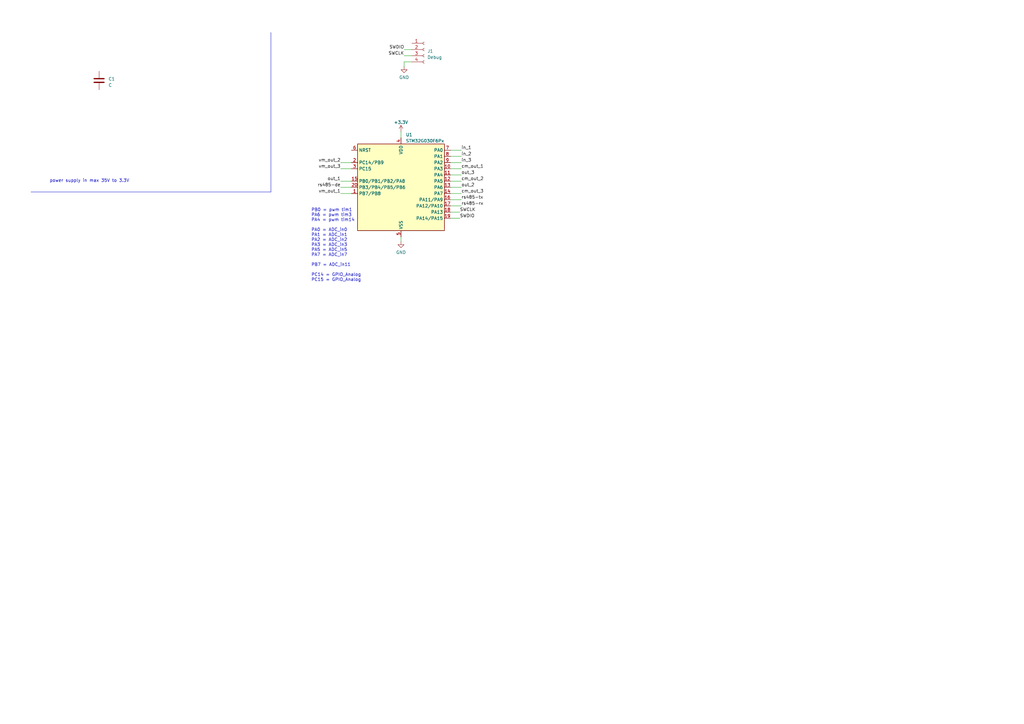
<source format=kicad_sch>
(kicad_sch (version 20230121) (generator eeschema)
  (paper "A3")
  (lib_symbols
    (symbol "Connector:Conn_01x04_Socket" (pin_names (offset 1.016) hide)
      (property "Reference" "J" (at 0 5.08 0))
      (property "Value" "Conn_01x04_Socket" (at 0 -7.62 0))
      (symbol "Conn_01x04_Socket_1_1"
        (arc (start 0 -4.572) (mid -0.5058 -5.08) (end 0 -5.588) (stroke (width 0.1524)))
        (arc (start 0 -2.032) (mid -0.5058 -2.54) (end 0 -3.048) (stroke (width 0.1524)))
        (polyline (pts (xy -1.27 -5.08) (xy -0.508 -5.08)) (stroke (width 0.1524)))
        (polyline (pts (xy -1.27 -2.54) (xy -0.508 -2.54)) (stroke (width 0.1524)))
        (polyline (pts (xy -1.27 0) (xy -0.508 0)) (stroke (width 0.1524)))
        (polyline (pts (xy -1.27 2.54) (xy -0.508 2.54)) (stroke (width 0.1524)))
        (arc (start 0 0.508) (mid -0.5058 0) (end 0 -0.508) (stroke (width 0.1524)))
        (arc (start 0 3.048) (mid -0.5058 2.54) (end 0 2.032) (stroke (width 0.1524)))
        (pin passive line (at -5.08 2.54 0) (length 3.81) (name "Pin_1") (number "1"))
        (pin passive line (at -5.08 0 0) (length 3.81) (name "Pin_2") (number "2"))
        (pin passive line (at -5.08 -2.54 0) (length 3.81) (name "Pin_3") (number "3"))
        (pin passive line (at -5.08 -5.08 0) (length 3.81) (name "Pin_4") (number "4"))
      )
    )
    (symbol "Device:C" (pin_numbers hide) (pin_names (offset 0.254))
      (property "Reference" "C" (at 0.635 2.54 0))
      (property "Value" "C" (at 0.635 -2.54 0))
      (symbol "C_0_1"
        (polyline (pts (xy -2.032 -0.762) (xy 2.032 -0.762)) (stroke (width 0.508)))
        (polyline (pts (xy -2.032 0.762) (xy 2.032 0.762)) (stroke (width 0.508)))
      )
      (symbol "C_1_1"
        (pin passive line (at 0 3.81 270) (length 2.794) (name "~") (number "1"))
        (pin passive line (at 0 -3.81 90) (length 2.794) (name "~") (number "2"))
      )
    )
    (symbol "MCU_ST_STM32G0:STM32G030F6Px"
      (property "Reference" "U" (at -17.78 19.05 0))
      (property "Value" "STM32G030F6Px" (at 2.54 19.05 0))
      (symbol "STM32G030F6Px_0_1"
        (rectangle (start -17.78 -17.78) (end 17.78 17.78) (stroke (width 0.254)) (fill (type background)))
      )
      (symbol "STM32G030F6Px_1_1"
        (pin bidirectional line (at -20.32 -2.54 0) (length 2.54) (name "PB7/PB8") (number "1"))
        (pin bidirectional line (at 20.32 7.62 180) (length 2.54) (name "PA3") (number "10"))
        (pin bidirectional line (at 20.32 5.08 180) (length 2.54) (name "PA4") (number "11"))
        (pin bidirectional line (at 20.32 2.54 180) (length 2.54) (name "PA5") (number "12"))
        (pin bidirectional line (at 20.32 0 180) (length 2.54) (name "PA6") (number "13"))
        (pin bidirectional line (at 20.32 -2.54 180) (length 2.54) (name "PA7") (number "14"))
        (pin bidirectional line (at -20.32 2.54 0) (length 2.54) (name "PB0/PB1/PB2/PA8") (number "15"))
        (pin bidirectional line (at 20.32 -5.08 180) (length 2.54) (name "PA11/PA9") (number "16"))
        (pin bidirectional line (at 20.32 -7.62 180) (length 2.54) (name "PA12/PA10") (number "17"))
        (pin bidirectional line (at 20.32 -10.16 180) (length 2.54) (name "PA13") (number "18"))
        (pin bidirectional line (at 20.32 -12.7 180) (length 2.54) (name "PA14/PA15") (number "19"))
        (pin bidirectional line (at -20.32 10.16 0) (length 2.54) (name "PC14/PB9") (number "2"))
        (pin bidirectional line (at -20.32 0 0) (length 2.54) (name "PB3/PB4/PB5/PB6") (number "20"))
        (pin bidirectional line (at -20.32 7.62 0) (length 2.54) (name "PC15") (number "3"))
        (pin power_in line (at 0 20.32 270) (length 2.54) (name "VDD") (number "4"))
        (pin power_in line (at 0 -20.32 90) (length 2.54) (name "VSS") (number "5"))
        (pin input line (at -20.32 15.24 0) (length 2.54) (name "NRST") (number "6"))
        (pin bidirectional line (at 20.32 15.24 180) (length 2.54) (name "PA0") (number "7"))
        (pin bidirectional line (at 20.32 12.7 180) (length 2.54) (name "PA1") (number "8"))
        (pin bidirectional line (at 20.32 10.16 180) (length 2.54) (name "PA2") (number "9"))
      )
    )
    (symbol "power:+3.3V" (power) (pin_names (offset 0))
      (property "Value" "+3.3V" (at 0 3.556 0))
      (symbol "+3.3V_0_1"
        (polyline (pts (xy -0.762 1.27) (xy 0 2.54)))
        (polyline (pts (xy 0 0) (xy 0 2.54)))
        (polyline (pts (xy 0 2.54) (xy 0.762 1.27)))
      )
      (symbol "+3.3V_1_1"
        (pin power_in line (at 0 0 90) (length 0) hide (name "+3.3V") (number "1"))
      )
    )
    (symbol "power:GND" (power) (pin_names (offset 0))
      (property "Value" "GND" (at 0 -3.81 0))
      (symbol "GND_0_1"
        (polyline (pts (xy 0 0) (xy 0 -1.27) (xy 1.27 -1.27) (xy 0 -2.54) (xy -1.27 -1.27) (xy 0 -1.27)))
      )
      (symbol "GND_1_1"
        (pin power_in line (at 0 0 270) (length 0) hide (name "GND") (number "1"))
      )
    )
  )
  (wire (pts (xy 164.465 53.975) (xy 164.465 56.515)))
  (wire (pts (xy 168.91 25.4) (xy 165.735 25.4)))
  (wire (pts (xy 184.785 64.135) (xy 189.23 64.135)))
  (wire (pts (xy 165.735 25.4) (xy 165.735 27.305)))
  (polyline (pts (xy 12.7 78.74) (xy 111.125 78.74)))
  (wire (pts (xy 165.735 22.86) (xy 168.91 22.86)))
  (wire (pts (xy 139.7 69.215) (xy 144.145 69.215)))
  (wire (pts (xy 184.785 71.755) (xy 189.23 71.755)))
  (wire (pts (xy 164.465 97.155) (xy 164.465 99.06)))
  (wire (pts (xy 139.7 79.375) (xy 144.145 79.375)))
  (wire (pts (xy 184.785 89.535) (xy 188.595 89.535)))
  (wire (pts (xy 184.785 66.675) (xy 189.23 66.675)))
  (wire (pts (xy 165.735 20.32) (xy 168.91 20.32)))
  (wire (pts (xy 139.7 74.295) (xy 144.145 74.295)))
  (wire (pts (xy 139.7 66.675) (xy 144.145 66.675)))
  (wire (pts (xy 184.785 61.595) (xy 189.23 61.595)))
  (polyline (pts (xy 111.125 13.335) (xy 111.125 78.74)))
  (wire (pts (xy 184.785 84.455) (xy 189.23 84.455)))
  (wire (pts (xy 184.785 74.295) (xy 189.23 74.295)))
  (wire (pts (xy 184.785 81.915) (xy 189.23 81.915)))
  (wire (pts (xy 184.785 79.375) (xy 189.23 79.375)))
  (wire (pts (xy 184.785 76.835) (xy 189.23 76.835)))
  (wire (pts (xy 139.7 76.835) (xy 144.145 76.835)))
  (wire (pts (xy 184.785 69.215) (xy 189.23 69.215)))
  (wire (pts (xy 184.785 86.995) (xy 188.595 86.995)))
  (text "power supply in max 35V to 3.3V" (at 20.32 74.93 0) (effects (font (size 1.27 1.27)) (justify left bottom)))
  (text "PB0 = pwm tim1\nPA6 = pwm tim3\nPA4 = pwm tim14\n\nPA0 = ADC_in0\nPA1 = ADC_in1\nPA2 = ADC_in2\nPA3 = ADC_in3\nPA5 = ADC_in5\nPA7 = ADC_in7\n\nPB7 = ADC_in11\n\nPC14 = GPIO_Analog\nPC15 = GPIO_Analog" (at 127.635 115.57 0) (effects (font (size 1.27 1.27)) (justify left bottom)))
  (label "rs485-rx" (at 189.23 84.455 0))
  (label "out_3" (at 189.23 71.755 0))
  (label "vm_out_1" (at 139.7 79.375 180))
  (label "out_1" (at 139.7 74.295 180))
  (label "in_1" (at 189.23 61.595 0))
  (label "out_2" (at 189.23 76.835 0))
  (label "cm_out_2" (at 189.23 74.295 0))
  (label "SWCLK" (at 165.735 22.86 180))
  (label "SWDIO" (at 188.595 89.535 0))
  (label "in_3" (at 189.23 66.675 0))
  (label "cm_out_3" (at 189.23 79.375 0))
  (label "in_2" (at 189.23 64.135 0))
  (label "SWDIO" (at 165.735 20.32 180))
  (label "cm_out_1" (at 189.23 69.215 0))
  (label "SWCLK" (at 188.595 86.995 0))
  (label "vm_out_3" (at 139.7 69.215 180))
  (label "vm_out_2" (at 139.7 66.675 180))
  (label "rs485-tx" (at 189.23 81.915 0))
  (label "rs485-de" (at 139.7 76.835 180))
  (symbol (lib_id "power:GND") (at 165.735 27.305 0) (unit 1)
    (property "Reference" "#PWR02" (effects hide))
    (property "Value" "GND" (at 165.735 31.75 0))
  )
  (symbol (lib_id "power:+3.3V") (at 164.465 53.975 0) (unit 1)
    (property "Reference" "#PWR01" (effects hide))
    (property "Value" "+3.3V" (at 164.465 50.165 0))
  )
  (symbol (lib_id "Device:C") (at 40.64 33.02 0) (unit 1)
    (property "Reference" "C1" (at 44.45 32.385 0) (effects (justify left)))
    (property "Value" "C" (at 44.45 34.925 0) (effects (justify left)))
  )
  (symbol (lib_id "MCU_ST_STM32G0:STM32G030F6Px") (at 164.465 76.835 0) (unit 1)
    (property "Reference" "U1" (at 166.4209 55.245 0) (effects (justify left)))
    (property "Value" "STM32G030F6Px" (at 166.4209 57.785 0) (effects (justify left)))
    (property "Footprint" "Package_SO:TSSOP-20_4.4x6.5mm_P0.65mm" (effects hide))
    (property "Datasheet" "https://www.st.com/resource/en/datasheet/stm32g030f6.pdf" (effects hide))
  )
  (symbol (lib_id "Connector:Conn_01x04_Socket") (at 173.99 20.32 0) (unit 1)
    (property "Reference" "J1" (at 175.26 20.955 0) (effects (justify left)))
    (property "Value" "Debug" (at 175.26 23.495 0) (effects (justify left)))
  )
  (symbol (lib_id "power:GND") (at 164.465 99.06 0) (unit 1)
    (property "Reference" "#PWR03" (effects hide))
    (property "Value" "GND" (at 164.465 103.505 0))
  )
)
</source>
